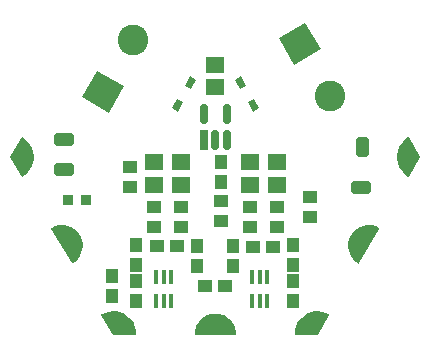
<source format=gbr>
G04 EAGLE Gerber RS-274X export*
G75*
%MOMM*%
%FSLAX34Y34*%
%LPD*%
%INSoldermask Top*%
%IPPOS*%
%AMOC8*
5,1,8,0,0,1.08239X$1,22.5*%
G01*
%ADD10R,0.901600X0.901600*%
%ADD11R,1.201600X1.101600*%
%ADD12C,0.605878*%
%ADD13R,2.601600X2.601600*%
%ADD14C,2.601600*%
%ADD15R,1.101600X1.201600*%
%ADD16R,1.601600X1.401600*%
%ADD17R,0.901600X0.601600*%
%ADD18R,0.457200X1.270000*%
%ADD19R,0.673600X1.655600*%
%ADD20C,0.673600*%
%ADD21C,1.101600*%

G36*
X363739Y196217D02*
X363739Y196217D01*
X363768Y196214D01*
X363835Y196236D01*
X363905Y196250D01*
X363929Y196267D01*
X363957Y196276D01*
X364010Y196323D01*
X364069Y196363D01*
X364085Y196387D01*
X364107Y196407D01*
X364138Y196471D01*
X364176Y196530D01*
X364181Y196559D01*
X364193Y196585D01*
X364202Y196685D01*
X364209Y196727D01*
X364206Y196737D01*
X364208Y196751D01*
X363976Y199549D01*
X363966Y199583D01*
X363962Y199631D01*
X363273Y202352D01*
X363258Y202384D01*
X363246Y202430D01*
X362118Y205002D01*
X362098Y205030D01*
X362079Y205074D01*
X360543Y207425D01*
X360519Y207449D01*
X360493Y207490D01*
X358591Y209555D01*
X358563Y209576D01*
X358530Y209611D01*
X356315Y211336D01*
X356284Y211351D01*
X356246Y211381D01*
X353776Y212717D01*
X353743Y212727D01*
X353701Y212750D01*
X352515Y213158D01*
X351061Y213657D01*
X351045Y213662D01*
X351011Y213667D01*
X350965Y213682D01*
X348196Y214144D01*
X348161Y214143D01*
X348114Y214151D01*
X345306Y214151D01*
X345272Y214144D01*
X345224Y214144D01*
X342455Y213682D01*
X342422Y213670D01*
X342375Y213662D01*
X339719Y212750D01*
X339689Y212733D01*
X339644Y212717D01*
X337174Y211381D01*
X337148Y211359D01*
X337105Y211336D01*
X334890Y209611D01*
X334867Y209585D01*
X334829Y209555D01*
X332927Y207490D01*
X332909Y207460D01*
X332877Y207425D01*
X331341Y205074D01*
X331328Y205042D01*
X331302Y205002D01*
X330174Y202430D01*
X330167Y202397D01*
X330164Y202390D01*
X330158Y202381D01*
X330157Y202375D01*
X330147Y202352D01*
X329458Y199631D01*
X329456Y199596D01*
X329444Y199549D01*
X329212Y196751D01*
X329216Y196722D01*
X329211Y196693D01*
X329228Y196624D01*
X329236Y196554D01*
X329250Y196528D01*
X329257Y196500D01*
X329299Y196443D01*
X329334Y196381D01*
X329358Y196363D01*
X329375Y196340D01*
X329436Y196304D01*
X329493Y196261D01*
X329521Y196253D01*
X329546Y196238D01*
X329644Y196222D01*
X329685Y196211D01*
X329696Y196213D01*
X329710Y196211D01*
X363710Y196211D01*
X363739Y196217D01*
G37*
G36*
X225317Y256520D02*
X225317Y256520D01*
X225388Y256517D01*
X225415Y256527D01*
X225444Y256529D01*
X225534Y256571D01*
X225574Y256586D01*
X225582Y256594D01*
X225595Y256600D01*
X227898Y258199D01*
X227922Y258225D01*
X227962Y258252D01*
X229971Y260209D01*
X229990Y260238D01*
X230025Y260271D01*
X231684Y262532D01*
X231699Y262563D01*
X231728Y262602D01*
X232992Y265105D01*
X233001Y265139D01*
X233023Y265182D01*
X233859Y267859D01*
X233862Y267893D01*
X233877Y267939D01*
X234260Y270718D01*
X234258Y270752D01*
X234264Y270800D01*
X234185Y273603D01*
X234177Y273637D01*
X234176Y273685D01*
X233637Y276437D01*
X233623Y276469D01*
X233614Y276517D01*
X232629Y279142D01*
X232614Y279167D01*
X232609Y279187D01*
X232601Y279198D01*
X232594Y279217D01*
X231190Y281645D01*
X231167Y281671D01*
X231143Y281713D01*
X229359Y283876D01*
X229332Y283898D01*
X229301Y283935D01*
X227185Y285776D01*
X227155Y285793D01*
X227119Y285825D01*
X224728Y287292D01*
X224696Y287303D01*
X224655Y287329D01*
X222056Y288382D01*
X222022Y288389D01*
X221977Y288407D01*
X219240Y289018D01*
X219205Y289019D01*
X219158Y289030D01*
X216358Y289182D01*
X216324Y289177D01*
X216276Y289180D01*
X213488Y288870D01*
X213455Y288859D01*
X213407Y288854D01*
X210709Y288089D01*
X210679Y288073D01*
X210632Y288060D01*
X208097Y286861D01*
X208073Y286844D01*
X208046Y286834D01*
X207994Y286785D01*
X207937Y286742D01*
X207923Y286717D01*
X207902Y286697D01*
X207873Y286632D01*
X207837Y286571D01*
X207834Y286542D01*
X207822Y286515D01*
X207821Y286444D01*
X207812Y286373D01*
X207820Y286345D01*
X207820Y286316D01*
X207854Y286223D01*
X207866Y286182D01*
X207873Y286173D01*
X207878Y286160D01*
X224878Y256760D01*
X224897Y256738D01*
X224910Y256712D01*
X224963Y256664D01*
X225010Y256611D01*
X225036Y256599D01*
X225058Y256579D01*
X225125Y256556D01*
X225189Y256526D01*
X225218Y256524D01*
X225246Y256515D01*
X225317Y256520D01*
G37*
G36*
X468136Y256521D02*
X468136Y256521D01*
X468207Y256520D01*
X468234Y256531D01*
X468263Y256535D01*
X468325Y256569D01*
X468390Y256597D01*
X468411Y256618D01*
X468436Y256632D01*
X468499Y256708D01*
X468529Y256739D01*
X468533Y256749D01*
X468542Y256760D01*
X485542Y286160D01*
X485551Y286188D01*
X485568Y286212D01*
X485583Y286281D01*
X485605Y286349D01*
X485603Y286378D01*
X485609Y286406D01*
X485596Y286476D01*
X485590Y286547D01*
X485577Y286573D01*
X485571Y286601D01*
X485531Y286660D01*
X485499Y286723D01*
X485476Y286742D01*
X485460Y286766D01*
X485378Y286823D01*
X485345Y286850D01*
X485335Y286853D01*
X485323Y286861D01*
X482788Y288060D01*
X482754Y288068D01*
X482711Y288089D01*
X480013Y288854D01*
X479978Y288856D01*
X479932Y288870D01*
X477144Y289180D01*
X477110Y289177D01*
X477062Y289182D01*
X474262Y289030D01*
X474228Y289021D01*
X474180Y289018D01*
X471443Y288407D01*
X471411Y288393D01*
X471364Y288382D01*
X468765Y287329D01*
X468736Y287310D01*
X468692Y287292D01*
X466301Y285825D01*
X466276Y285801D01*
X466235Y285776D01*
X464119Y283935D01*
X464098Y283908D01*
X464061Y283876D01*
X462277Y281713D01*
X462261Y281682D01*
X462230Y281645D01*
X460826Y279217D01*
X460815Y279184D01*
X460808Y279171D01*
X460798Y279157D01*
X460798Y279154D01*
X460791Y279142D01*
X459806Y276517D01*
X459800Y276482D01*
X459783Y276437D01*
X459244Y273685D01*
X459244Y273651D01*
X459235Y273603D01*
X459156Y270800D01*
X459162Y270766D01*
X459160Y270718D01*
X459543Y267939D01*
X459555Y267907D01*
X459561Y267859D01*
X460397Y265182D01*
X460414Y265151D01*
X460428Y265105D01*
X461692Y262602D01*
X461714Y262575D01*
X461736Y262532D01*
X463395Y260271D01*
X463421Y260248D01*
X463449Y260209D01*
X465458Y258252D01*
X465487Y258233D01*
X465522Y258199D01*
X467825Y256600D01*
X467852Y256588D01*
X467875Y256570D01*
X467943Y256549D01*
X468008Y256521D01*
X468037Y256521D01*
X468065Y256513D01*
X468136Y256521D01*
G37*
G36*
X510437Y329721D02*
X510437Y329721D01*
X510508Y329721D01*
X510535Y329732D01*
X510564Y329735D01*
X510626Y329770D01*
X510691Y329798D01*
X510712Y329818D01*
X510737Y329833D01*
X510800Y329910D01*
X510830Y329940D01*
X510834Y329950D01*
X510843Y329961D01*
X520343Y346461D01*
X520353Y346493D01*
X520362Y346506D01*
X520366Y346530D01*
X520367Y346534D01*
X520398Y346604D01*
X520398Y346628D01*
X520406Y346650D01*
X520400Y346726D01*
X520401Y346803D01*
X520391Y346827D01*
X520390Y346848D01*
X520369Y346887D01*
X520343Y346959D01*
X510843Y363459D01*
X510824Y363481D01*
X510811Y363507D01*
X510758Y363555D01*
X510711Y363608D01*
X510685Y363621D01*
X510664Y363640D01*
X510596Y363663D01*
X510532Y363694D01*
X510503Y363696D01*
X510476Y363705D01*
X510404Y363700D01*
X510333Y363703D01*
X510306Y363693D01*
X510277Y363691D01*
X510187Y363649D01*
X510147Y363634D01*
X510139Y363627D01*
X510126Y363621D01*
X507603Y361879D01*
X507579Y361855D01*
X507541Y361828D01*
X505329Y359704D01*
X505310Y359676D01*
X505276Y359644D01*
X503434Y357193D01*
X503420Y357162D01*
X503391Y357125D01*
X501966Y354410D01*
X501957Y354379D01*
X501941Y354354D01*
X501940Y354346D01*
X501935Y354336D01*
X500964Y351428D01*
X500960Y351394D01*
X500945Y351350D01*
X500453Y348323D01*
X500454Y348289D01*
X500446Y348243D01*
X500446Y345177D01*
X500447Y345173D01*
X500447Y345171D01*
X500453Y345144D01*
X500453Y345097D01*
X500945Y342070D01*
X500957Y342039D01*
X500964Y341992D01*
X501935Y339084D01*
X501952Y339055D01*
X501966Y339010D01*
X503391Y336295D01*
X503413Y336269D01*
X503434Y336227D01*
X505276Y333776D01*
X505301Y333753D01*
X505329Y333716D01*
X507541Y331592D01*
X507569Y331574D01*
X507603Y331541D01*
X510126Y329799D01*
X510153Y329788D01*
X510175Y329769D01*
X510244Y329749D01*
X510309Y329721D01*
X510338Y329721D01*
X510366Y329713D01*
X510437Y329721D01*
G37*
G36*
X183016Y329720D02*
X183016Y329720D01*
X183087Y329717D01*
X183114Y329727D01*
X183143Y329729D01*
X183233Y329771D01*
X183273Y329786D01*
X183281Y329793D01*
X183294Y329799D01*
X185817Y331541D01*
X185841Y331565D01*
X185879Y331592D01*
X188091Y333716D01*
X188110Y333744D01*
X188144Y333776D01*
X189986Y336227D01*
X190000Y336258D01*
X190029Y336295D01*
X191454Y339010D01*
X191463Y339043D01*
X191485Y339084D01*
X192456Y341992D01*
X192460Y342026D01*
X192475Y342070D01*
X192967Y345097D01*
X192966Y345131D01*
X192974Y345177D01*
X192974Y348243D01*
X192967Y348276D01*
X192967Y348323D01*
X192475Y351350D01*
X192463Y351381D01*
X192456Y351428D01*
X191485Y354336D01*
X191472Y354359D01*
X191466Y354384D01*
X191459Y354393D01*
X191454Y354410D01*
X190029Y357125D01*
X190007Y357151D01*
X189986Y357193D01*
X188144Y359644D01*
X188119Y359667D01*
X188091Y359704D01*
X185879Y361828D01*
X185851Y361846D01*
X185817Y361879D01*
X183294Y363621D01*
X183267Y363632D01*
X183245Y363651D01*
X183176Y363671D01*
X183111Y363699D01*
X183082Y363699D01*
X183054Y363707D01*
X182983Y363699D01*
X182912Y363700D01*
X182885Y363688D01*
X182856Y363685D01*
X182794Y363650D01*
X182729Y363622D01*
X182708Y363602D01*
X182683Y363587D01*
X182620Y363510D01*
X182590Y363480D01*
X182586Y363470D01*
X182577Y363459D01*
X173077Y346959D01*
X173053Y346886D01*
X173022Y346816D01*
X173022Y346792D01*
X173014Y346770D01*
X173021Y346694D01*
X173020Y346617D01*
X173029Y346593D01*
X173030Y346572D01*
X173051Y346533D01*
X173070Y346481D01*
X173071Y346475D01*
X173073Y346473D01*
X173077Y346461D01*
X182577Y329961D01*
X182596Y329939D01*
X182609Y329913D01*
X182662Y329865D01*
X182709Y329812D01*
X182735Y329799D01*
X182757Y329780D01*
X182824Y329757D01*
X182888Y329726D01*
X182917Y329725D01*
X182944Y329715D01*
X183016Y329720D01*
G37*
G36*
X433386Y196226D02*
X433386Y196226D01*
X433464Y196235D01*
X433483Y196246D01*
X433505Y196250D01*
X433569Y196294D01*
X433637Y196333D01*
X433653Y196352D01*
X433669Y196363D01*
X433693Y196401D01*
X433743Y196461D01*
X443243Y212961D01*
X443252Y212988D01*
X443268Y213012D01*
X443283Y213082D01*
X443306Y213150D01*
X443303Y213178D01*
X443309Y213206D01*
X443296Y213277D01*
X443290Y213348D01*
X443277Y213373D01*
X443271Y213401D01*
X443231Y213461D01*
X443198Y213524D01*
X443176Y213542D01*
X443160Y213566D01*
X443077Y213624D01*
X443045Y213651D01*
X443034Y213654D01*
X443024Y213661D01*
X440258Y214970D01*
X440225Y214978D01*
X440182Y214998D01*
X437242Y215846D01*
X437208Y215849D01*
X437164Y215862D01*
X434126Y216227D01*
X434092Y216224D01*
X434045Y216230D01*
X430988Y216103D01*
X430955Y216095D01*
X430908Y216094D01*
X427911Y215478D01*
X427880Y215465D01*
X427834Y215456D01*
X424974Y214367D01*
X424946Y214349D01*
X424902Y214333D01*
X422254Y212799D01*
X422228Y212777D01*
X422188Y212754D01*
X419820Y210816D01*
X419798Y210789D01*
X419762Y210760D01*
X417735Y208467D01*
X417719Y208438D01*
X417687Y208403D01*
X416055Y205815D01*
X416043Y205783D01*
X416018Y205744D01*
X414822Y202927D01*
X414815Y202894D01*
X414812Y202887D01*
X414808Y202881D01*
X414807Y202875D01*
X414796Y202851D01*
X414068Y199879D01*
X414066Y199845D01*
X414055Y199800D01*
X413812Y196750D01*
X413816Y196721D01*
X413811Y196693D01*
X413828Y196624D01*
X413836Y196552D01*
X413851Y196528D01*
X413857Y196500D01*
X413900Y196442D01*
X413936Y196380D01*
X413958Y196363D01*
X413975Y196340D01*
X414037Y196303D01*
X414094Y196260D01*
X414122Y196253D01*
X414146Y196238D01*
X414246Y196222D01*
X414287Y196211D01*
X414297Y196213D01*
X414310Y196211D01*
X433310Y196211D01*
X433386Y196226D01*
G37*
G36*
X279138Y196216D02*
X279138Y196216D01*
X279166Y196214D01*
X279234Y196236D01*
X279305Y196250D01*
X279328Y196266D01*
X279355Y196275D01*
X279410Y196322D01*
X279469Y196363D01*
X279484Y196387D01*
X279506Y196405D01*
X279537Y196470D01*
X279576Y196530D01*
X279581Y196558D01*
X279593Y196584D01*
X279602Y196685D01*
X279609Y196727D01*
X279607Y196737D01*
X279608Y196750D01*
X279365Y199800D01*
X279356Y199832D01*
X279352Y199879D01*
X278624Y202851D01*
X278609Y202882D01*
X278598Y202927D01*
X277402Y205744D01*
X277383Y205772D01*
X277365Y205815D01*
X275733Y208403D01*
X275709Y208427D01*
X275685Y208467D01*
X273658Y210760D01*
X273631Y210780D01*
X273600Y210816D01*
X271233Y212754D01*
X271202Y212770D01*
X271166Y212799D01*
X268518Y214333D01*
X268486Y214343D01*
X268446Y214367D01*
X265586Y215456D01*
X265553Y215461D01*
X265509Y215478D01*
X262512Y216094D01*
X262478Y216094D01*
X262432Y216103D01*
X259375Y216230D01*
X259341Y216225D01*
X259294Y216227D01*
X256256Y215862D01*
X256224Y215851D01*
X256178Y215846D01*
X253238Y214998D01*
X253208Y214982D01*
X253163Y214970D01*
X250397Y213661D01*
X250374Y213644D01*
X250347Y213634D01*
X250295Y213585D01*
X250237Y213542D01*
X250223Y213517D01*
X250202Y213498D01*
X250173Y213432D01*
X250137Y213370D01*
X250134Y213342D01*
X250122Y213316D01*
X250121Y213244D01*
X250112Y213173D01*
X250120Y213146D01*
X250120Y213117D01*
X250155Y213022D01*
X250166Y212982D01*
X250173Y212973D01*
X250177Y212961D01*
X259677Y196461D01*
X259729Y196403D01*
X259775Y196340D01*
X259794Y196329D01*
X259809Y196312D01*
X259879Y196278D01*
X259946Y196238D01*
X259971Y196234D01*
X259988Y196226D01*
X260033Y196224D01*
X260110Y196211D01*
X279110Y196211D01*
X279138Y196216D01*
G37*
D10*
X236735Y310515D03*
X221735Y310515D03*
D11*
X426720Y296300D03*
X426720Y313300D03*
X274320Y321700D03*
X274320Y338700D03*
D12*
X223207Y359244D02*
X212249Y359244D01*
X212249Y364202D01*
X223207Y364202D01*
X223207Y359244D01*
X223207Y338802D02*
X212249Y338802D01*
X223207Y338802D02*
X223207Y333844D01*
X212249Y333844D01*
X212249Y338802D01*
X473649Y349867D02*
X473649Y360825D01*
X473649Y349867D02*
X468691Y349867D01*
X468691Y360825D01*
X473649Y360825D01*
X473649Y355623D02*
X468691Y355623D01*
X463913Y318831D02*
X474871Y318831D01*
X463913Y318831D02*
X463913Y323789D01*
X474871Y323789D01*
X474871Y318831D01*
D13*
G36*
X269229Y406944D02*
X256221Y384414D01*
X233691Y397422D01*
X246699Y419952D01*
X269229Y406944D01*
G37*
D14*
X276860Y446177D03*
D13*
G36*
X413364Y424768D02*
X400356Y447298D01*
X422886Y460306D01*
X435894Y437776D01*
X413364Y424768D01*
G37*
D14*
X443525Y398543D03*
D11*
X395850Y270510D03*
X378850Y270510D03*
D15*
X412750Y255660D03*
X412750Y272660D03*
X361950Y271390D03*
X361950Y254390D03*
D11*
X398780Y304410D03*
X398780Y287410D03*
X375920Y304410D03*
X375920Y287410D03*
D16*
X398780Y342240D03*
X398780Y323240D03*
X375920Y342240D03*
X375920Y323240D03*
D17*
G36*
X379231Y395932D02*
X383739Y388124D01*
X378529Y385116D01*
X374021Y392924D01*
X379231Y395932D01*
G37*
G36*
X368231Y414984D02*
X372739Y407176D01*
X367529Y404168D01*
X363021Y411976D01*
X368231Y414984D01*
G37*
D15*
X412750Y225180D03*
X412750Y242180D03*
D18*
X296291Y224536D03*
X302895Y224536D03*
X309499Y224536D03*
X309499Y245364D03*
X302895Y245364D03*
X296291Y245364D03*
D11*
X314570Y271145D03*
X297570Y271145D03*
D15*
X331470Y254390D03*
X331470Y271390D03*
X279400Y272660D03*
X279400Y255660D03*
D11*
X317500Y304410D03*
X317500Y287410D03*
X294640Y304410D03*
X294640Y287410D03*
D16*
X317500Y342240D03*
X317500Y323240D03*
X294640Y342240D03*
X294640Y323240D03*
D15*
X279400Y242180D03*
X279400Y225180D03*
X258763Y229149D03*
X258763Y246149D03*
D17*
G36*
X319399Y392924D02*
X314891Y385116D01*
X309681Y388124D01*
X314189Y395932D01*
X319399Y392924D01*
G37*
G36*
X330399Y411976D02*
X325891Y404168D01*
X320681Y407176D01*
X325189Y414984D01*
X330399Y411976D01*
G37*
D11*
X351790Y309490D03*
X351790Y292490D03*
D15*
X351790Y342510D03*
X351790Y325510D03*
D11*
X355210Y237490D03*
X338210Y237490D03*
D16*
X346710Y424790D03*
X346710Y405790D03*
D19*
X337210Y361110D03*
D20*
X346710Y356200D02*
X346710Y366020D01*
X356210Y366020D02*
X356210Y356200D01*
X356210Y378200D02*
X356210Y388020D01*
X337210Y388020D02*
X337210Y378200D01*
D21*
X511910Y346710D03*
X429310Y203610D03*
X264110Y203610D03*
X181510Y346710D03*
X470610Y275210D03*
X346710Y203610D03*
X222810Y275210D03*
D18*
X377571Y224536D03*
X384175Y224536D03*
X390779Y224536D03*
X390779Y245364D03*
X384175Y245364D03*
X377571Y245364D03*
M02*

</source>
